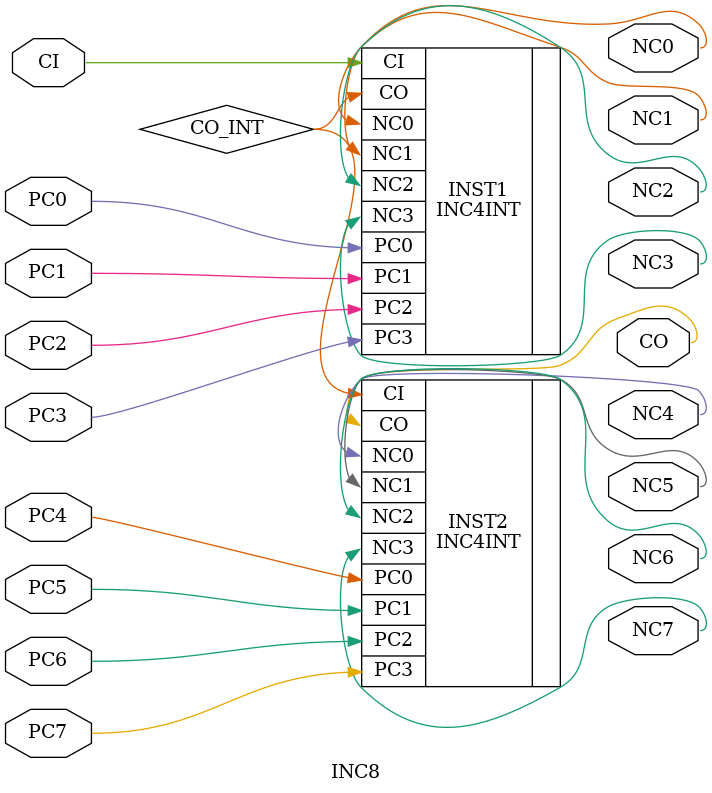
<source format=v>
`resetall
`timescale 1 ns / 100 ps

`celldefine

module INC8 (CI, PC0, PC1, PC2, PC3, PC4, PC5, PC6, 
       PC7, CO, NC0, NC1, NC2, NC3, NC4, NC5, NC6, 
       NC7);
input  CI, PC0, PC1, PC2, PC3, PC4, PC5, PC6, PC7;
output CO, NC0, NC1, NC2, NC3, NC4, NC5, NC6, NC7;
INC4INT INST1 (.CI(CI), .PC0(PC0), .PC1(PC1), .PC2(PC2), .PC3(
      PC3), .CO(CO_INT), .NC0(NC0), .NC1(NC1), .NC2(NC2),
      .NC3(NC3));
INC4INT INST2 (.CI(CO_INT), .PC0(PC4), .PC1(PC5), .PC2(PC6),
      .PC3(PC7), .CO(CO), .NC0(NC4), .NC1(NC5), .NC2(
      NC6), .NC3(NC7));


endmodule

`endcelldefine

</source>
